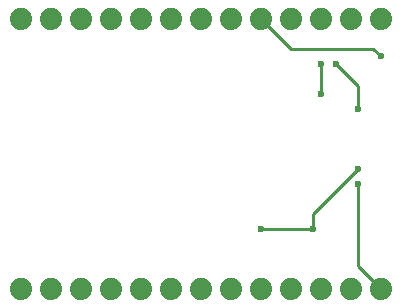
<source format=gbl>
G04 #@! TF.FileFunction,Copper,L2,Bot,Signal*
%FSLAX46Y46*%
G04 Gerber Fmt 4.6, Leading zero omitted, Abs format (unit mm)*
G04 Created by KiCad (PCBNEW 4.0.0-stable) date 2016 May 25, Wednesday 08:29:24*
%MOMM*%
G01*
G04 APERTURE LIST*
%ADD10C,0.100000*%
%ADD11C,1.879600*%
%ADD12C,0.600000*%
%ADD13C,0.250000*%
G04 APERTURE END LIST*
D10*
D11*
X133350000Y-93980000D03*
X135890000Y-93980000D03*
X138430000Y-93980000D03*
X140970000Y-93980000D03*
X143510000Y-93980000D03*
X146050000Y-93980000D03*
X148590000Y-93980000D03*
X151130000Y-93980000D03*
X153670000Y-93980000D03*
X156210000Y-93980000D03*
X158750000Y-93980000D03*
X161290000Y-93980000D03*
X163830000Y-93980000D03*
X163830000Y-116840000D03*
X161290000Y-116840000D03*
X158750000Y-116840000D03*
X156210000Y-116840000D03*
X153670000Y-116840000D03*
X151130000Y-116840000D03*
X148590000Y-116840000D03*
X146050000Y-116840000D03*
X143510000Y-116840000D03*
X140970000Y-116840000D03*
X138430000Y-116840000D03*
X135890000Y-116840000D03*
X133350000Y-116840000D03*
D12*
X161925000Y-107950000D03*
X161925000Y-106680000D03*
X153670000Y-111760000D03*
X158115000Y-111760000D03*
X158750000Y-97790000D03*
X158750000Y-100330000D03*
X160020000Y-97790000D03*
X161925000Y-101600000D03*
X163830000Y-97155000D03*
D13*
X161925000Y-107950000D02*
X161925000Y-114935000D01*
X161925000Y-114935000D02*
X163830000Y-116840000D01*
X158115000Y-111760000D02*
X158115000Y-110490000D01*
X158115000Y-110490000D02*
X161925000Y-106680000D01*
X158115000Y-111760000D02*
X153670000Y-111760000D01*
X158750000Y-100330000D02*
X158750000Y-97790000D01*
X161925000Y-101600000D02*
X161925000Y-99695000D01*
X161925000Y-99695000D02*
X160020000Y-97790000D01*
X156210000Y-96520000D02*
X163195000Y-96520000D01*
X163195000Y-96520000D02*
X163830000Y-97155000D01*
X153670000Y-93980000D02*
X156210000Y-96520000D01*
M02*

</source>
